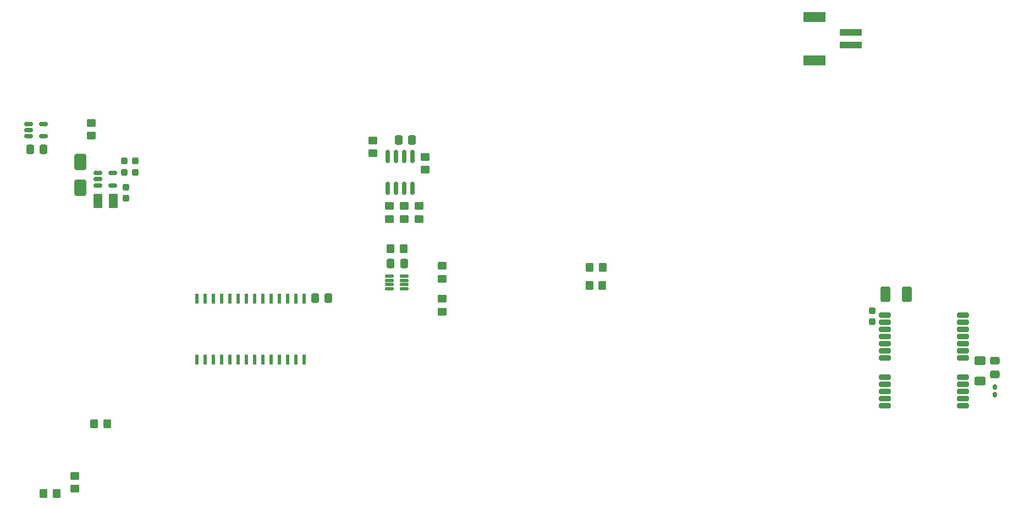
<source format=gbp>
G04 #@! TF.GenerationSoftware,KiCad,Pcbnew,8.0.4*
G04 #@! TF.CreationDate,2024-07-29T00:38:19+02:00*
G04 #@! TF.ProjectId,gps,6770732e-6b69-4636-9164-5f7063625858,rev?*
G04 #@! TF.SameCoordinates,Original*
G04 #@! TF.FileFunction,Paste,Bot*
G04 #@! TF.FilePolarity,Positive*
%FSLAX46Y46*%
G04 Gerber Fmt 4.6, Leading zero omitted, Abs format (unit mm)*
G04 Created by KiCad (PCBNEW 8.0.4) date 2024-07-29 00:38:19*
%MOMM*%
%LPD*%
G01*
G04 APERTURE LIST*
G04 Aperture macros list*
%AMRoundRect*
0 Rectangle with rounded corners*
0 $1 Rounding radius*
0 $2 $3 $4 $5 $6 $7 $8 $9 X,Y pos of 4 corners*
0 Add a 4 corners polygon primitive as box body*
4,1,4,$2,$3,$4,$5,$6,$7,$8,$9,$2,$3,0*
0 Add four circle primitives for the rounded corners*
1,1,$1+$1,$2,$3*
1,1,$1+$1,$4,$5*
1,1,$1+$1,$6,$7*
1,1,$1+$1,$8,$9*
0 Add four rect primitives between the rounded corners*
20,1,$1+$1,$2,$3,$4,$5,0*
20,1,$1+$1,$4,$5,$6,$7,0*
20,1,$1+$1,$6,$7,$8,$9,0*
20,1,$1+$1,$8,$9,$2,$3,0*%
G04 Aperture macros list end*
%ADD10RoundRect,0.150000X0.150000X-0.825000X0.150000X0.825000X-0.150000X0.825000X-0.150000X-0.825000X0*%
%ADD11RoundRect,0.237500X0.237500X-0.300000X0.237500X0.300000X-0.237500X0.300000X-0.237500X-0.300000X0*%
%ADD12RoundRect,0.200000X0.700000X0.200000X-0.700000X0.200000X-0.700000X-0.200000X0.700000X-0.200000X0*%
%ADD13RoundRect,0.250000X-0.337500X-0.475000X0.337500X-0.475000X0.337500X0.475000X-0.337500X0.475000X0*%
%ADD14RoundRect,0.150000X-0.512500X-0.150000X0.512500X-0.150000X0.512500X0.150000X-0.512500X0.150000X0*%
%ADD15RoundRect,0.250000X-0.450000X0.350000X-0.450000X-0.350000X0.450000X-0.350000X0.450000X0.350000X0*%
%ADD16RoundRect,0.250000X0.350000X0.450000X-0.350000X0.450000X-0.350000X-0.450000X0.350000X-0.450000X0*%
%ADD17RoundRect,0.250001X0.462499X0.849999X-0.462499X0.849999X-0.462499X-0.849999X0.462499X-0.849999X0*%
%ADD18RoundRect,0.160000X0.160000X-0.222500X0.160000X0.222500X-0.160000X0.222500X-0.160000X-0.222500X0*%
%ADD19RoundRect,0.250000X-0.475000X0.337500X-0.475000X-0.337500X0.475000X-0.337500X0.475000X0.337500X0*%
%ADD20RoundRect,0.250000X-0.350000X-0.450000X0.350000X-0.450000X0.350000X0.450000X-0.350000X0.450000X0*%
%ADD21RoundRect,0.250000X0.450000X-0.350000X0.450000X0.350000X-0.450000X0.350000X-0.450000X-0.350000X0*%
%ADD22RoundRect,0.250000X0.337500X0.475000X-0.337500X0.475000X-0.337500X-0.475000X0.337500X-0.475000X0*%
%ADD23RoundRect,0.250000X-0.625000X0.400000X-0.625000X-0.400000X0.625000X-0.400000X0.625000X0.400000X0*%
%ADD24RoundRect,0.125000X0.537500X0.125000X-0.537500X0.125000X-0.537500X-0.125000X0.537500X-0.125000X0*%
%ADD25RoundRect,0.250000X-0.650000X1.000000X-0.650000X-1.000000X0.650000X-1.000000X0.650000X1.000000X0*%
%ADD26R,0.510000X1.500000*%
%ADD27RoundRect,0.250001X0.499999X0.924999X-0.499999X0.924999X-0.499999X-0.924999X0.499999X-0.924999X0*%
%ADD28R,3.500000X1.000000*%
%ADD29R,3.400000X1.500000*%
G04 APERTURE END LIST*
D10*
X118880000Y-72955000D03*
X117610000Y-72955000D03*
X116340000Y-72955000D03*
X115070000Y-72955000D03*
X115070000Y-68005000D03*
X116340000Y-68005000D03*
X117610000Y-68005000D03*
X118880000Y-68005000D03*
D11*
X76269930Y-70462500D03*
X76269930Y-68737500D03*
D12*
X203670000Y-92480000D03*
X203670000Y-93580000D03*
X203670000Y-94680000D03*
X203670000Y-95780000D03*
X203670000Y-96880000D03*
X203670000Y-97980000D03*
X203670000Y-99080000D03*
X203670000Y-102080000D03*
X203670000Y-103180000D03*
X203670000Y-104280000D03*
X203670000Y-105380000D03*
X203670000Y-106480000D03*
X191670000Y-106480000D03*
X191670000Y-105380000D03*
X191670000Y-104280000D03*
X191670000Y-103180000D03*
X191670000Y-102080000D03*
X191670000Y-99080000D03*
X191670000Y-97980000D03*
X191670000Y-96880000D03*
X191670000Y-95780000D03*
X191670000Y-94680000D03*
X191670000Y-93580000D03*
X191670000Y-92480000D03*
D13*
X103929170Y-89900000D03*
X106004170Y-89900000D03*
D14*
X59832500Y-64910000D03*
X59832500Y-63960000D03*
X59832500Y-63010000D03*
X62107500Y-63010000D03*
X62107500Y-64910000D03*
D15*
X123480000Y-84920000D03*
X123480000Y-86920000D03*
D16*
X148200000Y-85100000D03*
X146200000Y-85100000D03*
D11*
X189720000Y-93547500D03*
X189720000Y-91822500D03*
D17*
X72832430Y-74900000D03*
X70507430Y-74900000D03*
D18*
X208590000Y-104772500D03*
X208590000Y-103627500D03*
D11*
X74844930Y-74512500D03*
X74844930Y-72787500D03*
D13*
X116767500Y-65501976D03*
X118842500Y-65501976D03*
D19*
X208580000Y-99552500D03*
X208580000Y-101627500D03*
D20*
X62120000Y-119990000D03*
X64120000Y-119990000D03*
D21*
X115355000Y-77670000D03*
X115355000Y-75670000D03*
D15*
X120890000Y-68090000D03*
X120890000Y-70090000D03*
D22*
X117617500Y-84520000D03*
X115542500Y-84520000D03*
D23*
X206300000Y-99550000D03*
X206300000Y-102650000D03*
D21*
X123480000Y-91980000D03*
X123480000Y-89980000D03*
D24*
X117627500Y-86495000D03*
X117627500Y-87145000D03*
X117627500Y-87795000D03*
X117627500Y-88445000D03*
X115352500Y-88445000D03*
X115352500Y-87795000D03*
X115352500Y-87145000D03*
X115352500Y-86495000D03*
D15*
X112780000Y-65550000D03*
X112780000Y-67550000D03*
D25*
X67740000Y-68890000D03*
X67740000Y-72890000D03*
D21*
X117605000Y-77667906D03*
X117605000Y-75667906D03*
D20*
X69900000Y-109300000D03*
X71900000Y-109300000D03*
D21*
X69480000Y-64860000D03*
X69480000Y-62860000D03*
D26*
X102255000Y-99400000D03*
X100985000Y-99400000D03*
X99715000Y-99400000D03*
X98445000Y-99400000D03*
X97175000Y-99400000D03*
X95905000Y-99400000D03*
X94635000Y-99400000D03*
X93365000Y-99400000D03*
X92095000Y-99400000D03*
X90825000Y-99400000D03*
X89555000Y-99400000D03*
X88285000Y-99400000D03*
X87015000Y-99400000D03*
X85745000Y-99400000D03*
X85745000Y-90000000D03*
X87015000Y-90000000D03*
X88285000Y-90000000D03*
X89555000Y-90000000D03*
X90825000Y-90000000D03*
X92095000Y-90000000D03*
X93365000Y-90000000D03*
X94635000Y-90000000D03*
X95905000Y-90000000D03*
X97175000Y-90000000D03*
X98445000Y-90000000D03*
X99715000Y-90000000D03*
X100985000Y-90000000D03*
X102255000Y-90000000D03*
D13*
X60042500Y-66930000D03*
X62117500Y-66930000D03*
D27*
X194995000Y-89280000D03*
X191745000Y-89280000D03*
D11*
X74569930Y-70462500D03*
X74569930Y-68737500D03*
D16*
X148160000Y-87967500D03*
X146160000Y-87967500D03*
D28*
X186378000Y-50890000D03*
X186378000Y-48890000D03*
D29*
X180828000Y-53240000D03*
X180828000Y-46540000D03*
D21*
X119905000Y-77667906D03*
X119905000Y-75667906D03*
D14*
X70482430Y-72500000D03*
X70482430Y-71550000D03*
X70482430Y-70600000D03*
X72757430Y-70600000D03*
X72757430Y-72500000D03*
D15*
X66970000Y-117290000D03*
X66970000Y-119290000D03*
D16*
X117560000Y-82270000D03*
X115560000Y-82270000D03*
M02*

</source>
